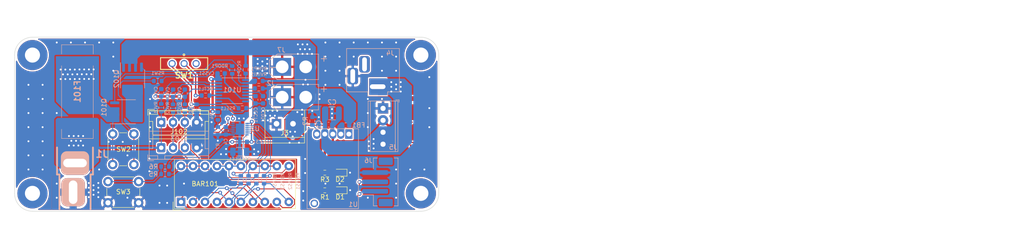
<source format=kicad_pcb>
(kicad_pcb (version 20221018) (generator pcbnew)
  (title_block (title "3S LiPo Protection Board with Fuel Gauge") (date "2023-04-18") (company "Team Goombot") (comment 2 "Author: Vincent Nguyen"))
  (layers (0 "F.Cu" signal) (31 "B.Cu" signal) (34 "B.Paste" user) (35 "F.Paste" user) (36 "B.SilkS" user "B.Silkscreen") (37 "F.SilkS" user "F.Silkscreen") (38 "B.Mask" user) (39 "F.Mask" user) (44 "Edge.Cuts" user))
  (net 0 "")
  (net 1 "+5V")
  (net 2 "GND")
  (net 3 "VBAT-")
  (net 4 "Net-(U2-CELLX{slash}CSPH)")
  (net 5 "VDD")
  (net 6 "Net-(D2-A)")
  (net 7 "VPROT")
  (net 8 "Net-(D1-A)")
  (net 9 "VSS")
  (net 10 "/VINI")
  (net 11 "/VMP")
  (net 12 "/VC3")
  (net 13 "/VC1N{slash}VC2P")
  (net 14 "/VC2")
  (net 15 "/VC1P")
  (net 16 "/VC1")
  (net 17 "/VMP_SW")
  (net 18 "/SEL")
  (net 19 "/DOP")
  (net 20 "/SPDT_COM")
  (net 21 "/CTL")
  (net 22 "/COP")
  (net 23 "Net-(BAR101C-A)")
  (net 24 "Net-(BAR101B-A)")
  (net 25 "Net-(BAR101A-A)")
  (net 26 "Net-(BAR101D-A)")
  (net 27 "Net-(R5-Pad2)")
  (net 28 "/CDT")
  (net 29 "/CCT")
  (net 30 "VDD_FUSED")
  (net 31 "/DRAIN")
  (net 32 "Net-(U2-REG)")
  (net 33 "/SDA")
  (net 34 "/SCL")
  (net 37 "/DOP_G")
  (net 38 "/Vin")
  (net 40 "/PG{slash}Trim")
  (net 41 "/L4")
  (net 42 "/L3")
  (net 43 "/L2")
  (net 44 "/L1")
  (footprint "kibuzzard-643EAC98" (layer "F.Cu") (at 86.69 81.24 90)
    (fp_text reference "kibuzzard-643EAC98" hide)
    (fp_text value "G***" hide)
  )
  (footprint "Resistor_SMD:R_0603_1608Metric" (layer "F.Cu") (at 123.33 81.17)
    (fp_text reference "R1")
    (fp_text value "2k")
  )
  (footprint "kibuzzard-643EAE00" (layer "F.Cu") (at 101.05 54.22)
    (fp_text reference "kibuzzard-643EAE00" hide)
    (fp_text value "G***" hide)
  )
  (footprint "MountingHole:MountingHole_3.2mm_M3_Pad" (layer "F.Cu") (at 143.705 81.82)
    (fp_text reference "H104" hide)
    (fp_text value "M3 Mounting hole")
  )
  (footprint "Display:HDSP-4840" (layer "F.Cu") (at 92.83 83.64 90)
    (fp_text reference "BAR101")
    (fp_text value "HDSP-4840")
  )
  (footprint "MountingHole:MountingHole_3.2mm_M3_Pad" (layer "F.Cu") (at 61.305 81.82)
    (fp_text reference "H103" hide)
    (fp_text value "M3 Mounting hole")
  )
  (footprint "kibuzzard-643EAD40" (layer "F.Cu") (at 80.9 66.61)
    (fp_text reference "kibuzzard-643EAD40" hide)
    (fp_text value "G***" hide)
  )
  (footprint "LED_SMD:LED_0603_1608Metric" (layer "F.Cu") (at 126.555 77.42 180)
    (fp_text reference "D2")
    (fp_text value "ORANGE")
  )
  (footprint "0_connector:STL1550-2" (layer "F.Cu") (at 114.83 67.02 -90)
    (fp_text reference "J3")
    (fp_text value "STL1550/2G-3.5")
  )
  (footprint "Connector_JST:JST_XH_B4B-XH-A_1x04_P2.50mm_Vertical" (layer "F.Cu") (at 88.629999 66.72)
    (fp_text reference "J102")
    (fp_text value "B4B-XH-A(LF)(SN)")
  )
  (footprint "Button_Switch_THT:SW_PUSH_6mm_H7.3mm" (layer "F.Cu") (at 78.33 75.695 90)
    (fp_text reference "SW2")
    (fp_text value "TL1105EF250Q7.3RED")
  )
  (footprint "Button_Switch_THT:SW_PUSH_6mm_H7.3mm" (layer "F.Cu") (at 83.83 83.82 180)
    (fp_text reference "SW3")
    (fp_text value "TL1105EF160Q")
  )
  (footprint "kibuzzard-643EACB8" (layer "F.Cu") (at 75.65 73.02 90)
    (fp_text reference "kibuzzard-643EACB8" hide)
    (fp_text value "G***" hide)
  )
  (footprint "kibuzzard-643EB03D" (layer "F.Cu") (at 70.9 62.2)
    (fp_text reference "kibuzzard-643EB03D" hide)
    (fp_text value "G***" hide)
  )
  (footprint "MountingHole:MountingHole_3.2mm_M3_Pad" (layer "F.Cu") (at 61.305 52.42)
    (fp_text reference "H101" hide)
    (fp_text value "M3 Mounting hole")
  )
  (footprint "kibuzzard-643EADF2" (layer "F.Cu") (at 86.4 54.2)
    (fp_text reference "kibuzzard-643EADF2" hide)
    (fp_text value "G***" hide)
  )
  (footprint "kibuzzard-643EACF0" (layer "F.Cu") (at 65.74 81.57 90)
    (fp_text reference "kibuzzard-643EACF0" hide)
    (fp_text value "G***" hide)
  )
  (footprint "Resistor_SMD:R_0603_1608Metric" (layer "F.Cu") (at 123.33 77.42)
    (fp_text reference "R3")
    (fp_text value "1k")
  )
  (footprint "0_graphics:EPFL_Logo_20mm" (layer "F.Cu") (at 143.7 66.8 90)
    (fp_text reference "G***" hide)
    (fp_text value "LOGO" hide)
  )
  (footprint "kibuzzard-643EAE23" (layer "F.Cu") (at 114.73 72.63)
    (fp_text reference "kibuzzard-643EAE23" hide)
    (fp_text value "G***" hide)
  )
  (footprint "MountingHole:MountingHole_3.2mm_M3_Pad" (layer "F.Cu") (at 143.705 52.42)
    (fp_text reference "H102" hide)
    (fp_text value "M3 Mounting hole")
  )
  (footprint "kibuzzard-643EACE6" (layer "F.Cu") (at 65.4 75.42 90)
    (fp_text reference "kibuzzard-643EACE6" hide)
    (fp_text value "G***" hide)
  )
  (footprint "0_switch:450301014042" (layer "F.Cu") (at 95.48 52.22)
    (fp_text reference "SW1")
    (fp_text value "450301014042" hide)
  )
  (footprint "LED_SMD:LED_0603_1608Metric" (layer "F.Cu") (at 126.58 81.17 180)
    (fp_text reference "D1")
    (fp_text value "GREEN")
  )
  (footprint "kibuzzard-643EACE6" (layer "B.Cu") (at 123.8 54.9 90)
    (fp_text reference "kibuzzard-643EACE6" hide)
    (fp_text value "G***" hide)
  )
  (footprint "kibuzzard-643EAF53" (layer "B.Cu") (at 61 75.4 180)
    (fp_text reference "kibuzzard-643EAF53" hide)
    (fp_text value "G***" hide)
  )
  (footprint "Resistor_SMD:R_0603_1608Metric" (layer "B.Cu") (at 88.629999 63.62 -90)
    (fp_text reference "RVC1")
    (fp_text value "1k")
  )
  (footprint "Inductor_SMD:L_0603_1608Metric" (layer "B.Cu") (at 127.73 67.345 180)
    (fp_text reference "FB1")
    (fp_text value "Ferrite 5A")
  )
  (footprint "kibuzzard-643EAF9F" (layer "B.Cu") (at 139.9 68.8 -90)
    (fp_text reference "kibuzzard-643EAF9F" hide)
    (fp_text value "G***" hide)
  )
  (footprint "Resistor_SMD:R_0603_1608Metric" (layer "B.Cu") (at 93.629999 63.72 -90)
    (fp_text reference "RVC3")
    (fp_text value "1k")
  )
  (footprint "Resistor_SMD:R_0603_1608Metric" (layer "B.Cu") (at 108.805 78.92 -90)
    (fp_text reference "RBIAS2")
    (fp_text value "20R")
  )
  (footprint "Package_SO:TSSOP-16_4.4x5mm_P0.65mm" (layer "B.Cu") (at 103.6675 59.995 180)
    (fp_text reference "U101")
    (fp_text value "S-8254AAFFT-TB-G")
  )
  (footprint "Package_DFN_QFN:DFN-14-1EP_3x3mm_P0.4mm_EP1.78x2.35mm" (layer "B.Cu") (at 105.33 68.17 180)
    (fp_text reference "U2")
    (fp_text value "MAX17263xxTE")
  )
  (footprint "Capacitor_SMD:C_0603_1608Metric" (layer "B.Cu") (at 88.629999 60.42 -90)
    (fp_text reference "CVC1")
    (fp_text value "0.1uF")
  )
  (footprint "Capacitor_SMD:C_0603_1608Metric" (layer "B.Cu") (at 106.03 70.87 180)
    (fp_text reference "C3")
    (fp_text value "0.1uF")
  )
  (footprint "TerminalBlock_Phoenix:TerminalBlock_Phoenix_MPT-0,5-4-2.54_1x04_P2.54mm_Horizontal" (layer "B.Cu") (at 135.68 63.75 -90)
    (fp_text reference "J5")
    (fp_text value "Terminal block")
  )
  (footprint "Capacitor_SMD:C_0603_1608Metric" (layer "B.Cu") (at 93.629999 60.52 -90)
    (fp_text reference "CVC3")
    (fp_text value "0.1uF")
  )
  (footprint "Capacitor_SMD:C_0603_1608Metric" (layer "B.Cu") (at 108.63 61.92 -90)
    (fp_text reference "CCCT1")
    (fp_text value "0.1uF")
  )
  (footprint "Resistor_SMD:R_0603_1608Metric" (layer "B.Cu") (at 105.505 78.92 -90)
    (fp_text reference "RBIAS4")
    (fp_text value "20R")
  )
  (footprint "Resistor_SMD:R_0603_1608Metric" (layer "B.Cu") (at 100.63 68.52 90)
    (fp_text reference "R7")
    (fp_text value "200k")
  )
  (footprint "Connector_JST:JST_XH_B4B-XH-A_1x04_P2.50mm_Vertical" (layer "B.Cu") (at 88.63 72.12)
    (fp_text reference "J103")
    (fp_text value "B4B-XH-A(LF)(SN)")
  )
  (footprint "Capacitor_SMD:C_0603_1608Metric" (layer "B.Cu") (at 101.33 56.32)
    (fp_text reference "CVSS1")
    (fp_text value "2.2uF")
  )
  (footprint "kibuzzard-643EAF9F" (layer "B.Cu") (at 126.6 55.3 -90)
    (fp_text reference "kibuzzard-643EAF9F" hide)
    (fp_text value "G***" hide)
  )
  (footprint "kibuzzard-643EACF0" (layer "B.Cu") (at 65.74 81.57 90)
    (fp_text reference "kibuzzard-643EACF0" hide)
    (fp_text value "G***" hide)
  )
  (footprint "Capacitor_SMD:C_0603_1608Metric" (layer "B.Cu") (at 102.33 68.52 -90)
    (fp_text reference "C4")
    (fp_text value "0.47uF")
  )
  (footprint "Resistor_SMD:R_0603_1608Metric" (layer "B.Cu") (at 106.53 55.52 90)
    (fp_text reference "RCOP1")
    (fp_text value "1M")
  )
  (footprint "0_regulator:LDO06C-005W05-HJ" (layer "B.Cu") (at 128.43 69.22)
    (fp_text reference "U1")
    (fp_text value "~")
  )
  (footprint "Resistor_SMD:R_0603_1608Metric" (layer "B.Cu") (at 100.63 65.37 90)
    (fp_text reference "R4")
    (fp_text value "1.3M")
  )
  (footprint "kibuzzard-643EACE6" (layer "B.Cu") (at 123.8 61.2 90)
    (fp_text reference "kibuzzard-643EACE6" hide)
    (fp_text value "G***" hide)
  )
  (footprint "Connector_AMASS:AMASS_XT30U-M_1x02_P5.0mm_Vertical" (layer "B.Cu") (at 114.28 61.37)
    (fp_text reference "J2")
    (fp_text value "XT30")
  )
  (footprint "Resistor_SMD:R_0603_1608Metric" (layer "B.Cu") (at 120.68 66.445 90)
    (fp_text reference "R2")
    (fp_text value "267R")
  )
  (footprint "Resistor_SMD:R_0603_1608Metric" (layer "B.Cu") (at 107.155 78.92 -90)
    (fp_text reference "RBIAS3")
    (fp_text value "20R")
  )
  (footprint "0_connector:54-00286" (layer "B.Cu") (at 134.555 55.635213 90)
    (fp_text reference "J4")
    (fp_text value "54-00286")
  )
  (footprint "Resistor_SMD:R_0603_1608Metric" (layer "B.Cu") (at 91.129998 63.72 -90)
    (fp_text reference "RVC2")
    (fp_text value "1k")
  )
  (footprint "0_connector:DEANS" (layer "B.Cu") (at 70.33 79.07 180)
    (fp_text reference "J1")
    (fp_text value "Deans connector male" hide)
  )
  (footprint "Resistor_SMD:R_0603_1608Metric" (layer "B.Cu") (at 109.33 59.52 180)
    (fp_text reference "RVINI1")
    (fp_text value "1k")
  )
  (footprint "0_fuse:3587" (layer "B.Cu") (at 70.84 60.19 90)
    (fp_text reference "F101")
    (fp_text value "3587-20 (20 A)" hide)
  )
  (footprint "kibuzzard-643EAF8C" (layer "B.Cu") (at 139.9 63.8 -90)
    (fp_text reference "kibuzzard-643EAF8C" hide)
    (fp_text value "G***" hide)
  )
  (footprint "Resistor_SMD:R_0603_1608Metric" (layer "B.Cu") (at 103.68 55.57 90)
    (fp_text reference "RDOP1")
    (fp_text value "5k1")
  )
  (footprint "kibuzzard-643EAF8C" (layer "B.Cu") (at 139.9 66.4 -90)
    (fp_text reference "kibuzzard-643EAF8C" hide)
    (fp_text value "G***" hide)
  )
  (footprint "Capacitor_SMD:C_0603_1608Metric" (layer "B.Cu") (at 110.23 61.92 -90)
    (fp_text reference "CCDT1")
    (fp_text value "0.1uF")
  )
  (footprint "Resistor_SMD:R_0603_1608Metric" (layer "B.Cu") (at 110.43 78.92 -90)
    (fp_text reference "RBIAS1")
    (fp_text value "20R")
  )
  (footprint "Capacitor_SMD:C_0603_1608Metric" (layer "B.Cu") (at 124.13 67.22)
    (fp_text reference "C1")
    (fp_text value "0.1uF")
  )
  (footprint "Resistor_SMD:R_0603_1608Metric" (layer "B.Cu") (at 98.03 61.02)
    (fp_text reference "RCTL1")
    (fp_text value "1k")
  )
  (footprint "Connector_JST:JST_PH_B3B-PH-SM4-TB_1x03-1MP_P2.00mm_Vertical" (layer "B.Cu") (at 134.5 79.39 90)
    (fp_text reference "J6")
    (fp_text value "B3B-PH-SM4-TB(LF)(SN)")
  )
  (footprint "Resistor_SMD:R_0603_1608Metric" (layer "B.Cu") (at 89.43 77.72 180)
    (fp_text reference "R5")
    (fp_text value "100k")
  )
  (footprint "kibuzzard-643EAF9F" (layer "B.Cu") (at 139.8 71.4 -90)
    (fp_text reference "kibuzzard-643EAF9F" hide)
    (fp_text value "G***" hide)
  )
  (footprint "Package_SO:SOIC-8_3.9x4.9mm_P1.27mm" (layer "B.Cu") (at 81.23 64.47)
    (fp_text reference "Q101")
    (fp_text value "SI4459ADY-T1-GE3")
  )
  (footprint "Capacitor_SMD:C_0603_1608Metric" (layer "B.Cu") (at 91.129999 60.52 -90)
    (fp_text reference "CVC2")
    (fp_text value "0.1uF")
  )
  (footprint "kibuzzard-643EAF61" (layer "B.Cu") (at 61.6 63.1 180)
    (fp_text reference "kibuzzard-643EAF61" hide)
    (fp_text value "G***" hide)
  )
  (footprint "Capacitor_SMD:C_1210_3225Metric" (layer "B.Cu") (at 124.855 64.82)
    (fp_text reference "C2")
    (fp_text value "100uF")
  )
  (footprint "Resistor_SMD:R_0603_1608Metric" (layer "B.Cu") (at 96.129999 63.72 -90)
    (fp_text reference "RVSS1")
    (fp_text value "51R")
  )
  (footprint "Resistor_SMD:R_0603_1608Metric" (layer "B.Cu") (at 105.83 63.72)
    (fp_text reference "RSEL1")
    (fp_text value "1k")
  )
  (footprint "Connector_AMASS:AMASS_XT30U-M_1x02_P5.0mm_Vertical" (layer "B.Cu") (at 114.28 54.92)
    (fp_text reference "J7")
    (fp_text value "XT30")
  )
  (footprint "Resistor_SMD:R_0603_1608Metric" (layer "B.Cu") (at 109.33 57.92)
    (fp_text reference "RVMP1")
    (fp_text value "5k1")
  )
  (footprint "Resistor_SMD:R_0603_1608Metric" (layer "B.Cu") (at 87.88 57.92 180)
    (fp_text reference "RSW1")
    (fp_text value "1k")
  )
  (footprint "kibuzzard-643EACE6" (layer "B.Cu") (at 65.4 75.42 90)
    (fp_text reference "kibuzzard-643EACE6" hide)
    (fp_text value "G***" hide)
  )
  (footprint "Resistor_SMD:R_0603_1608Metric" (layer "B.Cu") (at 89.43 76.12)
    (fp_text reference "R6")
    (fp_text value "100k")
  )
  (footprint "Package_SO:SOIC-8_3.9x4.9mm_P1.27mm" (layer "B.Cu") (at 82.53 57.47 -90)
    (fp_text reference "Q102")
    (fp_text value "SI4459ADY-T1-GE3")
  )
  (footprint "Resistor_SMD:R_1206_3216Metric" (layer "B.Cu") (at 105.28 72.97)
    (fp_text reference "RSENSE1")
    (fp_text value "10m")
  )
  (gr_line (start 143.704918 48.619918) (end 61.305 48.619918) (stroke (width 0.1)) (layer "Edge.Cuts"))
  (gr_line (start 57.504918 52.420082) (end 57.504918 81.82) (stroke (width 0.1)) (layer "Edge.Cuts"))
  (gr_arc (start 143.704918 48.619918) (mid 146.391982 49.732936) (end 147.505 52.42) (stroke (width 0.1)) (layer "Edge.Cuts"))
  (gr_arc (start 57.504918 52.420082) (mid 58.617936 49.733018) (end 61.305 48.62) (stroke (width 0.1)) (layer "Edge.Cuts"))
  (gr_arc (start 147.505082 81.819918) (mid 146.392064 84.506982) (end 143.705 85.62) (stroke (width 0.1)) (layer "Edge.Cuts"))
  (gr_line (start 61.305082 85.620082) (end 143.705 85.620082) (stroke (width 0.1)) (layer "Edge.Cuts"))
  (gr_line (start 147.505082 81.819918) (end 147.505082 52.42) (stroke (width 0.1)) (layer "Edge.Cuts"))
  (gr_arc (start 61.305082 85.620082) (mid 58.618018 84.507064) (end 57.505 81.82) (stroke (width 0.1)) (layer "Edge.Cuts"))
  (segment (start 122.83 67.32) (end 123.33 67.82) (width 0.2) (layer "F.Cu") (net 1))
  (segment (start 107.78 70.87) (end 107.78 66.62) (width 0.2) (layer "F.Cu") (net 1))
  (segment (start 103.68 70.87) (end 107.78 70.87) (width 0.2) (layer "F.Cu") (net 1))
  (segment (start 114.33 70.87) (end 114.83 70.37) (width 0.2) (layer "F.Cu") (net 1))
  (segment (start 122.505 77.42) (end 123.33 76.595) (width 0.5) (layer "F.Cu") (net 1))
  (segment (start 114.83 70.37) (end 114.83 66.12) (width 0.2) (layer "F.Cu") (net 1))
  (segment (start 114.83 66.12) (end 115.605 65.345) (width 0.2) (layer "F.Cu") (net 1))
  (segment (start 107.78 66.62) (end 107.83 66.57) (width 0.2) (layer "F.Cu") (net 1))
  (segment (start 119.33 67.32) (end 122.83 67.32) (width 0.2) (layer "F.Cu") (net 1))
  (segment (start 107.78 70.87) (end 114.33 70.87) (width 0.2) (layer "F.Cu") (net 1))
  (segment (start 123.33 76.595) (end 123.33 69.22) (width 0.5) (layer "F.Cu") (net 1))
  (segment (start 117.355 65.345) (end 119.33 67.32) (width 0.2) (layer "F.Cu") (net 1))
  (segment (start 115.605 65.345) (end 117.355 65.345) (width 0.2) (layer "F.Cu") (net 1))
  (segment (start 123.33 67.82) (end 123.33 69.22) (width 0.2) (layer "F.Cu") (net 1))
  (via (at 138.455 58.67) (size 0.8) (drill 0.4) (layers "F.Cu" "B.Cu") (net 1))
  (via (at 132.655 72.77) (size 0.8) (drill 0.4) (layers "F.Cu" "B.Cu") (net 1))
  (via (at 107.83 66.57) (size 0.8) (drill 0.4) (layers "F.Cu" "B.Cu") (net 1))
  (via (at 132.655 70.769999) (size 0.8) (drill 0.4) (layers "F.Cu" "B.Cu") (net 1))
  (via (at 137.43 59.17) (size 0.8) (drill 0.4) (layers "F.Cu" "B.Cu") (net 1))
  (via (at 133.68 71.27) (size 0.8) (drill 0.4) (layers "F.Cu" "B.Cu") (net 1))
  (via (at 137.43 58.169999) (size 0.8) (drill 0.4) (layers "F.Cu" "B.Cu") (net 1))
  (via (at 133.679999 70.27) (size 0.8) (drill 0.4) (layers "F.Cu" "B.Cu") (net 1))
  (via (at 139.43 60.17) (size 0.8) (drill 0.4) (layers "F.Cu" "B.Cu") (net 1))
  (via (at 103.68 70.87) (size 0.8) (drill 0.4) (layers "F.Cu" "B.Cu") (net 1))
  (via (at 107.78 70.87) (size 0.8) (drill 0.4) (layers "F.Cu" "B.Cu") (net 1))
  (via (at 132.655 71.77) (size 0.8) (drill 0.4) (layers "F.Cu" "B.Cu") (net 1))
  (via (at 133.68 72.27) (size 0.8) (drill 0.4) (layers "F.Cu" "B.Cu") (net 1))
  (via (at 137.43 60.17) (size 0.8) (drill 0.4) (layers "F.Cu" "B.Cu") (net 1))
  (via (at 139.43 59.17) (size 0.8) (drill 0.4) (layers "F.Cu" "B.Cu") (net 1))
  (via (at 138.455 59.67) (size 0.8) (drill 0.4) (layers "F.Cu" "B.Cu") (net 1))
  (via (at 139.43 58.169999) (size 0.8) (drill 0.4) (layers "F.Cu" "B.Cu") (net 1))
  (segment (start 102.03 70.87) (end 103.68 70.87) (width 0.2) (layer "B.Cu") (net 1))
  (segment (start 90.255 75.295) (end 91.38 74.17) (width 0.2) (layer "B.Cu") (net 1))
  (segment (start 90.255 76.12) (end 90.255 75.295) (width 0.2) (layer "B.Cu") (net 1))
  (segment (start 106.805 68.97) (end 107.48 68.97) (width 0.15) (layer "B.Cu") (net 1))
  (segment (start 91.38 74.17) (end 98.73 74.17) (width 0.2) (layer "B.Cu") (net 1))
  (segment (start 106.805 70.87) (end 107.78 70.87) (width 0.3) (layer "B.Cu") (net 1))
  (segment (start 98.73 74.17) (end 102.03 70.87) (width 0.2) (layer "B.Cu") (net 1))
  (segment (start 107.78 70.87) (end 107.78 69.27) (width 0.3) (layer "B.Cu") (net 1))
  (segment (start 107.78 69.27) (end 107.78 70.22) (width 0.15) (layer "B.Cu") (net 1))
  (segment (start 107.23 70.87) (end 106.805 70.87) (width 0.15) (layer "B.Cu") (net 1))
  (segment (start 107.48 68.97) (end 107.78 69.27) (width 0.15) (layer "B.Cu") (net 1))
  (segment (start 107.455 66.945) (end 106.805 66.945) (width 0.2) (layer "B.Cu") (net 1))
  (segment (start 107.83 66.57) (end 107.455 66.945) (width 0.2) (layer "B.Cu") (net 1))
  (via (at 123.455595 79.745332) (size 0.8) (drill 0.4) (layers "F.Cu" "B.Cu") (net 2))
  (via (at 108.33 73.445) (size 0.8) (drill 0.4) (layers "F.Cu" "B.Cu") (net 2))
  (via (at 111.229999 66.295) (size 0.8) (drill 0.4) (layers "F.Cu" "B.Cu") (net 2))
  (via (at 122.055 65.62) (size 0.8) (drill 0.4) (layers "F.Cu" "B.Cu") (net 2))
  (via (at 110.08 55.77) (size 0.8) (drill 0.4) (layers "F.Cu" "B.Cu") (net 2))
  (via (at 108.33 72.445) (size 0.8) (drill 0.4) (layers "F.Cu" "B.Cu") (net 2))
  (via (at 135.455595 49.745332) (size 0.8) (drill 0.4) (layers "F.Cu" "B.Cu") (net 2))
  (via (at 109.08 55.27) (size 0.8) (drill 0.4) (layers "F.Cu" "B.Cu") (net 2))
  (via (at 119.15 74.5) (size 0.8) (drill 0.4) (layers "F.Cu" "B.Cu") (net 2))
  (via (at 135.455595 61.745332) (size 0.8) (drill 0.4) (layers "F.Cu" "B.Cu") (net 2))
  (via (at 111.23 64.27) (size 0.8) (drill 0.4) (layers "F.Cu" "B.Cu") (net 2))
  (via (at 118.755 81.344999) (size 0.8) (drill 0.4) (layers "F.Cu" "B.Cu") (net 2))
  (via (at 138.455595 49.745332) (size 0.8) (drill 0.4) (layers "F.Cu" "B.Cu") (net 2))
  (via (at 110.23 64.27) (size 0.8) (drill 0.4) (layers "F.Cu" "B.Cu") (net 2))
  (via (at 119.15 77.5) (size 0.8) (drill 0.4) (layers "F.Cu" "B.Cu") (net 2))
  (via (at 135.455595 55.745332) (size 0.8) (drill 0.4) (layers "F.Cu" "B.Cu") (net 2))
  (via (at 132.455595 82.745332) (size 0.8) (drill 0.4) (layers "F.Cu" "B.Cu") (net 2))
  (via (at 115.849999 71.05) (size 0.8) (drill 0.4) (layers "F.Cu" "B.Cu") (net 2))
  (via (at 109.08 53.27) (size 0.8) (drill 0.4) (layers "F.Cu" "B.Cu") (net 2))
  (via (at 126.455595 55.745332) (size 0.8) (drill 0.4) (layers "F.Cu" "B.Cu") (net 2))
  (via (at 132.455595 64.745332) (size 0.8) (drill 0.4) (layers "F.Cu" "B.Cu") (net 2))
  (via (at 108.455595 64.745332) (size 0.8) (drill 0.4) (layers "F.Cu" "B.Cu") (net 2))
  (via (at 126.455595 58.745332) (size 0.8) (drill 0.4) (layers "F.Cu" "B.Cu") (net 2))
  (via (at 138.455595 79.745332) (size 0.8) (drill 0.4) (layers "F.Cu" "B.Cu") (net 2))
  (via (at 111.105 55.27) (size 0.8) (drill 0.4) (layers "F.Cu" "B.Cu") (net 2))
  (via (at 128.68 77.42) (size 0.8) (drill 0.4) (layers "F.Cu" "B.Cu") (net 2))
  (via (at 126.455595 49.745332) (size 0.8) (drill 0.4) (layers "F.Cu" "B.Cu") (net 2))
  (via (at 129.455595 52.745332) (size 0.8) (drill 0.4) (layers "F.Cu" "B.Cu") (net 2))
  (via (at 111.73 65.295) (size 0.8) (drill 0.4) (layers "F.Cu" "B.Cu") (net 2))
  (via (at 138.455595 52.745332) (size 0.8) (drill 0.4) (layers "F.Cu" "B.Cu") (net 2))
  (via (at 111.105 53.27) (size 0.8) (drill 0.4) (layers "F.Cu" "B.Cu") (net 2))
  (via (at 110.08 54.77) (size 0.8) (drill 0.4) (layers "F.Cu" "B.Cu") (net 2))
  (via (at 138.455595 55.745332) (size 0.8) (drill 0.4) (layers "F.Cu" "B.Cu") (net 2))
  (via (at 145.5 67.745332) (size 0.8) (drill 0.4) (layers "F.Cu" "B.Cu") (net 2))
  (via (at 111.105 56.27) (size 0.8) (drill 0.4) (layers "F.Cu" "B.Cu") (net 2))
  (via (at 124.855 65.77) (size 0.8) (drill 0.4) (layers "F.Cu" "B.Cu") (net 2))
  (via (at 138.455595 76.745332) (size 0.8) (drill 0.4) (layers "F.Cu" "B.Cu") (net 2))
  (via (at 113.23 64.27) (size 0.8) (drill 0.4) (layers "F.Cu" "B.Cu") (net 2))
  (via (at 138.455595 82.745332) (size 0.8) (drill 0.4) (layers "F.Cu" "B.Cu") (net 2))
  (via (at 124.855 63.895) (size 0.8) (drill 0.4) (layers "F.Cu" "B.Cu") (net 2))
  (via (at 123.455595 49.745332) (size 0.8) (drill 0.4) (layers "F.Cu" "B.Cu") (net 2))
  (via (at 123.455595 55.745332) (size 0.8) (drill 0.4) (layers "F.Cu" "B.Cu") (net 2))
  (via (at 120.655 64.295) (size 0.8) (drill 0.4) (layers "F.Cu" "B.Cu") (net 2))
  (via (at 144.455595 76.745332) (size 0.8) (drill 0.4) (layers "F.Cu" "B.Cu") (net 2))
  (via (at 135.455595 52.745332) (size 0.8) (drill 0.4) (layers "F.Cu" "B.Cu") (net 2))
  (via (at 109.08 56.27) (size 0.8) (drill 0.4) (layers "F.Cu" "B.Cu") (net 2))
  (via (at 109.08 54.27) (size 0.8) (drill 0.4) (layers "F.Cu" "B.Cu") (net 2))
  (via (at 110.73 65.295) (size 0.8) (drill 0.4) (layers "F.Cu" "B.Cu") (net 2))
  (via (at 145.5 63.7) (size 0.8) (drill 0.4) (layers "F.Cu" "B.Cu") (net 2))
  (via (at 126.455595 79.745332) (size 0.8) (drill 0.4) (layers "F.Cu" "B.Cu") (net 2))
  (via (at 124.855 64.845) (size 0.8) (drill 0.4) (layers "F.Cu" "B.Cu") (net 2))
  (via (at 111.455595 61.745332) (size 0.8) (drill 0.4) (layers "F.Cu" "B.Cu") (net 2))
  (via (at 132.455595 67.745332) (size 0.8) (drill 0.4) (layers "F.Cu" "B.Cu") (net 2))
  (via (at 110.23 66.295) (size 0.8) (drill 0.4) (layers "F.Cu" "B.Cu") (net 2))
  (via (at 145.5 57.1) (size 0.8) (drill 0.4) (layers "F.Cu" "B.Cu") (net 2))
  (via (at 110.08 53.77) (size 0.8) (drill 0.4) (layers "F.Cu" "B.Cu") (net 2))
  (via (at 132.455595 61.745332) (size 0.8) (drill 0.4) (layers "F.Cu" "B.Cu") (net 2))
  (via (at 109.205 72.945) (size 0.8) (drill 0.4) (layers "F.Cu" "B.Cu") (net 2))
  (via (at 117.85 71.05) (size 0.8) (drill 0.4) (layers "F.Cu" "B.Cu") (net 2))
  (via (at 112.73 65.295) (size 0.8) (drill 0.4) (layers "F.Cu" "B.Cu") (net 2))
  (via (at 112.23 64.27) (size 0.8) (drill 0.4) (layers "F.Cu" "B.Cu") (net 2))
  (via (at 111.105 54.27) (size 0.8) (drill 0.4) (layers "F.Cu" "B.Cu") (net 2))
  (via (at 129.455595 49.745332) (size 0.8) (drill 0.4) (layers "F.Cu" "B.Cu") (net 2))
  (via (at 118.755 83.345) (size 0.8) (drill 0.4) (layers "F.Cu" "B.Cu") (net 2))
  (via (at 132.455595 49.745332) (size 0.8) (drill 0.4) (layers "F.Cu" "B.Cu") (net 2))
  (via (at 123.455595 52.745332) (size 0.8) (drill 0.4) (layers "F.Cu" "B.Cu") (net 2))
  (via (at 141.455595 76.745332) (size 0.8) (drill 0.4) (layers "F.Cu" "B.Cu") (net 2))
  (via (at 126.455595 52.745332) (size 0.8) (drill 0.4) (layers "F.Cu" "B.Cu") (net 2))
  (via (at 123.455595 58.745332) (size 0.8) (drill 0.4) (layers "F.Cu" "B.Cu") (net 2))
  (via (at 128.705 81.145) (size 0.8) (drill 0.4) (layers "F.Cu" "B.Cu") (net 2))
  (segment (start 106.03 72.2575) (end 106.7425 72.97) (width 0.15) (layer "B.Cu") (net 2))
  (segment (start 106.805 69.37) (end 106.03 70.145) (width 0.15) (layer "B.Cu") (net 2))
  (segment (start 136.03 77.37) (end 136.055 77.345) (width 0.15) (layer "B.Cu") (net 2))
  (segment (start 106.03 70.145) (end 106.03 72.2575) (width 0.15) (layer "B.Cu") (net 2))
  (via (at 75.28 81.62) (size 0.8) (drill 0.4) (layers "F.Cu" "B.Cu") (net 3))
  (via (at 78.455595 55.745332) (size 0.8) (drill 0.4) (layers "F.Cu" "B.Cu") (net 3))
  (via (at 66.455595 64.745332) (size 0.8) (drill 0.4) (layers "F.Cu" "B.Cu") (net 3))
  (via (at 77.455 70.87) (size 0.8) (drill 0.4) (layers "F.Cu" "B.Cu") (net 3))
  (via (at 86.255 64.77) (size 0.8) (drill 0.4) (layers "F.Cu" "B.Cu") (net 3))
  (via (at 63.455595 67.745332) (size 0.8) (drill 0.4) (layers "F.Cu" "B.Cu") (net 3))
  (via (at 81.455595 73.745332) (size 0.8) (drill 0.4) (layers "F.Cu" "B.Cu") (net 3))
  (via (at 80.455 70.87) (size 0.8) (drill 0.4) (layers "F.Cu" "B.Cu") (net 3))
  (via (at 66.455595 79.745332) (size 0.8) (drill 0.4) (layers "F.Cu" "B.Cu") (net 3))
  (via (at 73.255 81.62) (size 0.8) (drill 0.4) (layers "F.Cu" "B.Cu") (net 3))
  (via (at 75.28 80.62) (size 0.8) (drill 0.4) (layers "F.Cu" "B.Cu") (net 3))
  (via (at 74.255 82.12) (size 0.8) (drill 0.4) (layers "F.Cu" "B.Cu") (net 3))
  (via (at 75.28 82.62) (size 0.8) (drill 0.4) (layers "F.Cu" "B.Cu") (net 3))
  (via (at 89.88 80.17) (size 0.8) (drill 0.4) (layers "F.Cu" "B.Cu") (net 3))
  (via (at 86.255 67.77) (size 0.8) (drill 0.4) (layers "F.Cu" "B.Cu") (net 3))
  (via (at 63.455595 58.745332) (size 0.8) (drill 0.4) (layers "F.Cu" "B.Cu") (net 3))
  (via (at 60.455595 70.745332) (size 0.8) (drill 0.4) (layers "F.Cu" "B.Cu") (net 3))
  (via (at 60.455595 58.745332) (size 0.8) (drill 0.4) (layers "F.Cu" "B.Cu") (net 3))
  (via (at 86.105 77.12) (size 0.8) (drill 0.4) (layers "F.Cu" "B.Cu") (net 3))
  (via (at 75.455595 49.745332) (size 0.8) (drill 0.4) (layers "F.Cu" "B.Cu") (net 3))
  (via (at 63.455595 70.745332) (size 0.8) (drill 0.4) (layers "F.Cu" "B.Cu") (net 3))
  (via (at 66.455595 82.745332) (size 0.8) (drill 0.4) (layers "F.Cu" "B.Cu") (net 3))
  (via (at 88.26 83.84) (size 0.8) (drill 0.4) (layers "F.Cu" "B.Cu") (net 3))
  (via (at 73.255 82.62) (size 0.8) (drill 0.4) (layers "F.Cu" "B.Cu") (net 3))
  (via (at 99.305 66.67) (size 0.8) (drill 0.4) (layers "F.Cu" "B.Cu") (net 3))
  (via (at 74.255 80.12) (size 0.8) (drill 0.4) (layers "F.Cu" "B.Cu") (net 3))
  (via (at 73.255 80.62) (size 0.8) (drill 0.4) (layers "F.Cu" "B.Cu") (net 3))
  (via (at 66.455595 49.745332) (size 0.8) (drill 0.4) (layers "F.Cu" "B.Cu") (net 3))
  (via (at 93.455595 79.745332) (size 0.8) (drill 0.4) (layers "F.Cu" "B.Cu") (net 3))
  (via (at 86.255 70.77) (size 0.8) (drill 0.4) (layers "F.Cu" "B.Cu") (net 3))
  (via (at 60.455595 67.745332) (size 0.8) (drill 0.4) (layers "F.Cu" "B.Cu") (net 3))
  (via (at 60.455595 76.745332) (size 0.8) (drill 0.4) (layers "F.Cu" "B.Cu") (net 3))
  (via (at 63.455595 73.745332) (size 0.8) (drill 0.4) (layers "F.Cu" "B.Cu") (net 3))
  (via (at 86.105 74.42) (size 0.8) (drill 0.4) (layers "F.Cu" "B.Cu") (net 3))
  (via (at 60.455595 64.745332) (size 0.8) (drill 0.4) (layers "F.Cu" "B.Cu") (net 3))
  (via (at 63.455595 61.745332) (size 0.8) (drill 0.4) (layers "F.Cu" "B.Cu") (net 3))
  (via (at 63.455595 76.745332) (size 0.8) (drill 0.4) (layers "F.Cu" "B.Cu") (net 3))
  (via (at 86.255 61.77) (size 0.8) (drill 0.4) (layers "F.Cu" "B.Cu") (net 3))
  (via (at 89.88 83.845) (size 0.8) (drill 0.4) (layers "F.Cu" "B.Cu") (net 3))
  (via (at 69.455595 49.745332) (size 0.8) (drill 0.4) (layers "F.Cu" "B.Cu") (net 3))
  (via (at 88.26 80.165) (size 0.8) (drill 0.4) (layers "F.Cu" "B.Cu") (net 3))
  (via (at 100.63 70.62) (size 0.8) (drill 0.4) (layers "F.Cu" "B.Cu") (net 3))
  (via (at 60.455595 73.745332) (size 0.8) (drill 0.4) (layers "F.Cu" "B.Cu") (net 3))
  (via (at 105.13 65.895) (size 0.8) (drill 0.4) (layers "F.Cu" "B.Cu") (net 3))
  (via (at 72.455595 49.745332) (size 0.8) (drill 0.4) (layers "F.Cu" "B.Cu") (net 3))
  (via (at 63.455595 64.745332) (size 0.8) (drill 0.4) (layers "F.Cu" "B.Cu") (net 3))
  (via (at 78.455595 49.745332) (size 0.8) (drill 0.4) (layers "F.Cu" "B.Cu") (net 3))
  (via (at 75.28 79.62) (size 0.8) (drill 0.4) (layers "F.Cu" "B.Cu") (net 3))
  (via (at 74.255 81.12) (size 0.8) (drill 0.4) (layers "F.Cu" "B.Cu") (net 3))
  (via (at 102.38 72.38) (size 0.8) (drill 0.4) (layers "F.Cu" "B.Cu") (net 3))
  (via (at 102.38 73.495) (size 0.8) (drill 0.4) (layers "F.Cu" "B.Cu") (net 3))
  (via (at 73.255 79.62) (size 0.8) (drill 0.4) (layers "F.Cu" "B.Cu") (net 3))
  (via (at 60.455595 61.745332) (size 0.8) (drill 0.4) (layers "F.Cu" "B.Cu") (net 3))
  (via (at 106.129999 65.895) (size 0.8) (drill 0.4) (layers "F.Cu" "B.Cu") (net 3))
  (via (at 81.455595 82.745332) (size 0.8) (drill 0.4) (layers "F.Cu" "B.Cu") (net 3))
  (via (at 78.455595 52.745332) (size 0.8) (drill 0.4) (layers "F.Cu" "B.Cu") (net 3))
  (via (at 101.305 73.495) (size 0.8) (drill 0.4) (layers "F.Cu" "B.Cu") (net 3))
  (via (at 75.455595 76.745332) (size 0.8) (drill 0.4) (layers "F.Cu" "B.Cu") (net 3))
  (segment (start 104.13 69.37) (end 105.33 68.17) (width 0.15) (layer "B.Cu") (net 3))
  (segment (start 105.255 70.87) (end 105.255 68.245) (width 0.5) (layer "B.Cu") (net 3))
  (segment (start 103.855 67.77) (end 104.93 67.77) (width 0.15) (layer "B.Cu") (net 3))
  (segment (start 104.93 67.77) (end 105.33 68.17) (width 0.15) (layer "B.Cu") (net 3))
  (segment (start 103.855 68.97) (end 104.53 68.97) (width 0.15) (layer "B.Cu") (net 3))
  (segment (start 105.255 68.245) (end 105.33 68.17) (width 0.5) (layer "B.Cu") (net 3))
  (segment (start 103.855 69.37) (end 103.855 69.445) (width 0.15) (layer "B.Cu") (net 3))
  (segment (start 103.855 69.445) (end 104.58 70.17) (width 0.15) (layer "B.Cu") (net 3))
  (segment (start 96.129999 66.72) (end 96.129999 64.545) (width 1) (layer "B.Cu") (net 3))
  (segment (start 96.13 72.12) (end 96.129999 66.72) (width 2) (layer "B.Cu") (net 3))
  (segment (start 104.58 70.17) (end 104.58 72.2075) (width 0.15) (layer "B.Cu") (net 3))
  (segment (start 104.58 72.2075) (end 103.8175 72.97) (width 0.15) (layer "B.Cu") (net 3))
  (segment (start 104.53 68.97) (end 105.33 68.17) (width 0.15) (layer "B.Cu") (net 3))
  (segment (start 103.855 69.37) (end 104.13 69.37) (width 0.15) (layer "B.Cu") (net 3))
  (segment (start 101.505 68.57) (end 100.63 67.695) (width 0.15) (layer "B.Cu") (net 4))
  (segment (start 100.63 66.195) (end 100.63 67.695) (width 0.15) (layer "B.Cu") (net 4))
  (segment (start 103.855 68.57) (end 101.505 68.57) (width 0.15) (layer "B.Cu") (net 4))
  (segment (start 92.43 61.22) (end 92.43 63.87) (width 0.5) (layer "F.Cu") (net 5))
  (segment (start 99.53 57.82) (end 99.23 57.52) (width 0.5) (layer "F.Cu") (net 5))
  (segment (start 99.53 64.42) (end 99.53 57.82) (width 0.5) (layer "F.Cu") (net 5))
  (segment (start 92.98 64.42) (end 99.53 64.42) (width 0.5) (layer "F.Cu") (net 5))
  (segment (start 89.93 61.22) (end 92.43 61.22) (width 0.5) (layer "F.Cu") (net 5))
  (segment (start 87.38 61.22) (end 89.93 61.22) (width 0.5) (layer "F.Cu") (net 5))
  (segment (start 92.43 63.87) (end 92.98 64.42) (width 0.5) (layer "F.Cu") (net 5))
  (via (at 71.05 69.625) (size 0.8) (drill 0.4) (layers "F.Cu" "B.Cu") (net 5))
  (via (at 70.55 70.65) (size 0.8) (drill 0.4) (layers "F.Cu" "B.Cu") (net 5))
  (via (at 70.05 69.625) (size 0.8) (drill 0.4) (layers "F.Cu" "B.Cu") (net 5))
  (via (at 99.23 57.52) (size 0.8) (drill 0.4) (layers "F.Cu" "B.Cu") (net 5))
  (via (at 99.53 64.42) (size 0.8) (drill 0.4) (layers "F.Cu" "B.Cu") (net 5))
  (via (at 89.93 61.22) (size 0.8) (drill 0.4) (layers "F.Cu" "B.Cu") (net 5))
  (via (at 69.05 71.65) (size 0.8) (drill 0.4) (layers "F.Cu" "B.Cu") (net 5))
  (via (at 71.05 71.65) (size 0.8) (drill 0.4) (layers "F.Cu" "B.Cu") (net 5))
  (via (at 92.43 61.22) (size 0.8) (drill 0.4) (layers "F.Cu" "B.Cu") (net 5))
  (via (at 70.05 71.65) (size 0.8) (drill 0.4) (layers "F.Cu" "B.Cu") (net 5))
  (via (at 71.55 70.65) (size 0.8) (drill 0.4) (layers "F.Cu" "B.Cu") (net 5))
  (via (at 87.38 61.22) (size 0.8) (drill 0.4) (layers "F.Cu" "B.Cu") (net 5))
  (via (at 72.05 71.65) (size 0.8) (drill 0.4) (layers "F.Cu" "B.Cu") (net 5))
  (via (at 69.55 70.65) (size 0.8) (drill 0.4) (layers "F.Cu" "B.Cu") (net 5))
  (via (at 72.05 69.625) (size 0.8) (drill 0.4) (layers "F.Cu" "B.Cu") (net 5))
  (via (at 69.049999 69.625) (size 0.8) (drill 0.4) (layers "F.Cu" "B.Cu") (net 5))
  (segment (start 87.38 60.894999) (end 87.38 61.22) (width 0.2) (layer "B.Cu") (net 5))
  (segment (start 100.605 57.52) (end 100.805 57.72) (width 0.5) (layer "B.Cu") (net 5))
  (segment (start 93.629999 60.020001) (end 92.43 61.22) (width 0.2) (layer "B.Cu") (net 5))
  (segment (start 100.505 64.42) (end 100.63 64.545) (width 0.5) (layer "B.Cu") (net 5))
  (segment (start 93.629999 59.745) (end 93.629999 60.020001) (width 0.2) (layer "B.Cu") (net 5))
  (segment (start 99.53 64.42) (end 100.505 64.42) (width 0.5) (layer "B.Cu") (net 5))
  (segment (start 89.93 61.22) (end 89.93 63.62) (width 0.5) (layer "B.Cu") (net 5))
  (segment (start 88.629999 66.72) (end 88.629999 64.445) (width 0.2) (layer "B.Cu") (net 5))
  (segment (start 88.629999 59.645) (end 87.38 60.894999) (width 0.2) (layer "B.Cu") (net 5))
  (segment (start 88.63 72.12) (end 72.43 72.12) (width 0.5) (layer "B.Cu") (net 5))
  (segment (start 88.63 72.12) (end 88.630001 66.72) (width 0.2) (layer "B.Cu") (net 5))
  (segment (start 91.129999 60.020001) (end 89.93 61.22) (width 0.2) (layer "B.Cu") (net 5))
  (segment (start 99.23 57.52) (end 100.605 57.52) (width 0.5) (layer "B.Cu") (net 5))
  (segment (start 91.129999 59.745) (end 91.129999 60.020001) (width 0.2) (layer "B.Cu") (net 5))
  (segment (start 89.105 64.445) (end 88.629999 64.445) (width 0.5) (layer "B.Cu") (net 5))
  (segment (start 89.93 63.62) (end 89.105 64.445) (width 0.5) (layer "B.Cu") (net 5))
  (segment (start 72.43 72.12) (end 69.28 75.27) (width 0.5) (layer "B.Cu") (net 5))
  (segment (start 88.630001 66.72) (end 88.629999 66.72) (width 0.2) (layer "B.Cu") (net 5))
  (segment (start 124.155 77.42) (end 125.7675 77.42) (width 0.5) (layer "F.Cu") (net 6))
  (segment (start 120.93 71.37) (end 116.58 67.02) (width 0.5) (layer "F.Cu") (net 7))
  (segment (start 120.93 72.195) (end 120.93 71.37) (width 0.5) (layer "F.Cu") (net 7))
  (segment (start 120.93 72.195) (end 120.93 79.595) (width 0.5) (layer "F.Cu") (net 7))
  (segment (start 120.93 79.595) (end 122.505 81.17) (width 0.5) (layer "F.Cu") (net 7))
  (via (at 122.205 61.77) (size 0.8) (drill 0.4) (layers "F.Cu" "B.Cu") (net 7))
  (via (at 118.105 51.17) (size 0.8) (drill 0.4) (layers "F.Cu" "B.Cu") (net 7))
  (via (at 118.73 58.67) (size 0.8) (drill 0.4) (layers "F.Cu" "B.Cu") (net 7))
  (via (at 119.73 58.67) (size 0.8) (drill 0.4) (layers "F.Cu" "B.Cu") (net 7))
  (via (at 118.505 65.045) (size 0.8) (drill 0.4) (layers "F.Cu" "B.Cu") (net 7))
  (via (at 118.605 50.145) (size 0.8) (drill 0.4) (layers "F.Cu" "B.Cu") (net 7))
  (via (at 117.505 64.545) (size 0.8) (drill 0.4) (layers "F.Cu" "B.Cu") (net 7))
  (via (at 117.005 68.72) (size 0.8) (drill 0.4) (layers "F.Cu" "B.Cu") (net 7))
  (via (at 117.605 52.17) (size 0.8) (drill 0.4) (layers "F.Cu" "B.Cu") (net 7))
  (via (at 122.205 60.77) (size 0.8) (drill 0.4) (layers "F.Cu" "B.Cu") (net 7))
  (via (at 120.105 51.17) (size 0.8) (drill 0.4) (layers "F.Cu" "B.Cu") (net 7))
  (via (at 116.005 68.72) (size 0.8) (drill 0.4) (layers "F.Cu" "B.Cu") (net 7))
  (via (at 120.605 52.17) (size 0.8) (drill 0.4) (layers "F.Cu" "B.Cu") (net 7))
  (via (at 119.605 50.145) (size 0.8) (drill 0.4) (layers "F.Cu" "B.Cu") (net 7))
  (via (at 118.604999 52.17) (size 0.8) (drill 0.4) (layers "F.Cu" "B.Cu") (net 7))
  (via (at 119.605 52.17) (size 0.8) (drill 0.4) (layers "F.Cu" "B.Cu") (net 7))
  (via (at 119.105 51.17) (size 0.8) (drill 0.4) (layers "F.Cu" "B.Cu") (net 7))
  (via (at 118.505 64.045) (size 0.8) (drill 0.4) (layers "F.Cu" "B.Cu") (net 7))
  (via (at 116.505 69.72) (size 0.8) (drill 0.4) (layers "F.Cu" "B.Cu") (net 7))
  (via (at 119.23 57.67) (size 0.8) (drill 0.4) (layers "F.Cu" "B.Cu") (net 7))
  (via (at 117.605 50.145) (size 0.8) (drill 0.4) (layers "F.Cu" "B.Cu") (net 7))
  (segment (start 111.08 57.92) (end 111.93 57.92) (width 0.5) (layer "B.Cu") (net 7))
  (segment (start 106.53 54.695) (end 106.53 53.52) (width 0.5) (layer "B.Cu") (net 7))
  (segment (start 111.93 57.92) (end 117.105 57.92) (width 0.5) (layer "B.Cu") (net 7))
  (segment (start 117.405 57.92) (end 117.43 57.895) (width 0.5) (layer "B.Cu") (net 7))
  (segment (start 110.155 57.92) (end 111.08 57.92) (width 0.5) (layer "B.Cu") (net 7))
  (segment (start 106.53 53.52) (end 106.53 53.27) (width 0.5) (layer "B.Cu") (net 7))
  (segment (start 106.53 53.52) (end 106.53 52.045) (width 0.5) (layer "B.Cu") (net 7))
  (segment (start 124.155 81.17) (end 125.7925 81.17) (width 0.5) (layer "F.Cu") (net 8))
  (segment (start 95.03 59.044695) (end 95.03 62.87) (width 0.25) (layer "F.Cu") (net 9))
  (segment (start 90.94 54.22) (end 90.94 54.954695) (width 0.25) (layer "F.Cu") (net 9))
  (segment (start 90.94 54.954695) (end 95.03 59.044695) (width 0.25) (layer "F.Cu") (net 9))
  (via (at 95.03 62.87) (size 0.8) (drill 0.4) (layers "F.Cu" "B.Cu") (net 9))
  (segment (start 102.78 60.32) (end 103.355 59.745) (width 0.3) (layer "B.Cu") (net 9))
  (segment (start 106.655 63.72) (end 107.605 63.72) (width 0.2) (layer "B.Cu") (net 9))
  (segment (start 103.655 59.795) (end 103.48 59.62) (width 0.3) (layer "B.Cu") (net 9))
  (segment (start 102.355 62.895) (end 104.03 64.57) (width 0.2) (layer "B.Cu") (net 9))
  (segment (start 107.555 61.62) (end 106.53 61.62) (width 0.2) (layer "B.Cu") (net 9))
  (segment (start 96.104999 62.87) (end 96.129999 62.895) (width 0.25) (layer "B.Cu") (net 9))
  (segment (start 105.805 64.57) (end 106.655 63.72) (width 0.2) (layer "B.Cu") (net 9))
  (segment (start 103.355 59.745) (end 103.48 59.62) (width 0.3) (layer "B.Cu") (net 9))
  (segment (start 103.405 59.795) (end 103.655 59.795) (width 0.3) (layer "B.Cu") (net 9))
  (segment (start 107.605 63.72) (end 108.63 62.695) (width 0.2) (layer "B.Cu") (net 9))
  (segment (start 102.105 56.32) (end 102.105 58.245) (width 0.3) (layer "B.Cu") (net 9))
  (segment (start 103.305 59.445) (end 103.48 59.62) (width 0.3) (layer "B.Cu") (net 9))
  (segment (start 108.63 62.695) (end 110.23 62.695) (width 0.3) (layer "B.Cu") (net 9))
  (segment (start 108.63 62.695) (end 107.555 61.62) (width 0.2) (layer "B.Cu") (net 9))
  (segment (start 95.03 62.87) (end 96.104999 62.87) (width 0.25) (layer "B.Cu") (net 9))
  (segment (start 106.53 61.62) (end 105.48 61.62) (width 0.3) (layer "B.Cu") (net 9))
  (segment (start 103.405 59.795) (end 103.305 59.695) (width 0.3) (layer "B.Cu") (net 9))
  (segment (start 103.355 59.745) (end 103.405 59.795) (width 0.3) (layer "B.Cu") (net 9))
  (segment (start 104.03 64.57) (end 105.805 64.57) (width 0.2) (layer "B.Cu") (net 9))
  (segment (start 103.305 59.695) (end 103.305 59.445) (width 0.3) (layer "B.Cu") (net 9))
  (segment (start 102.105 58.245) (end 103.305 59.445) (width 0.3) (layer "B.Cu") (net 9))
  (segment (start 105.48 61.62) (end 103.655 59.795) (width 0.3) (layer "B.Cu") (net 9))
  (segment (start 100.805 60.32) (end 102.78 60.32) (width 0.3) (layer "B.Cu") (net 9))
  (segment (start 96.129999 62.895) (end 102.355 62.895) (width 0.2) (layer "B.Cu") (net 9))
  (segment (start 108.355 59.67) (end 108.505 59.52) (width 0.2) (layer "B.Cu") (net 10))
  (segment (start 106.53 59.67) (end 108.355 59.67) (width 0.2) (layer "B.Cu") (net 10))
  (segment (start 89.605 57.02) (end 88.705 57.92) (width 0.2) (layer "B.Cu") (net 11))
  (segment (start 103.53 55.62) (end 103.372893 55.62) (width 0.2) (layer "B.Cu") (net 11))
  (segment (start 105.58 58.37) (end 105.08 57.87) (width 0.2) (layer "B.Cu") (net 11))
  (segment (start 100.43 54.87) (end 98.28 57.02) (width 0.2) (layer "B.Cu") (net 11))
  (segment (start 103.53 55.62) (end 103.03 55.62) (width 0.2) (layer "B.Cu") (net 11))
  (segment (start 102.28 54.87) (end 100.43 54.87) (width 0.2) (layer "B.Cu") (net 11))
  (segment (start 98.28 57.02) (end 89.605 57.02) (width 0.2) (layer "B.Cu") (net 11))
  (segment (start 106.53 58.37) (end 105.58 58.37) (width 0.2) (layer "B.Cu") (net 11))
  (segment (start 105.08 57.87) (end 105.08 56.12) (width 0.2) (layer "B.Cu") (net 11))
  (segment (start 103.03 55.62) (end 102.28 54.87) (width 0.2) (layer "B.Cu") (net 11))
  (segment (start 105.08 56.12) (end 104.58 55.62) (width 0.2) (layer "B.Cu") (net 11))
  (segment (start 104.58 55.62) (end 103.53 55.62) (width 0.2) (layer "B.Cu") (net 11))
  (segment (start 93.629999 61.295) (end 95.254999 59.67) (width 0.2) (layer "B.Cu") (net 12))
  (segment (start 95.254999 59.67) (end 100.805 59.67) (width 0.2) (layer "B.Cu") (net 12))
  (segment (start 93.629999 62.895) (end 93.629999 61.295) (width 0.2) (layer "B.Cu") (net 12))
  (segment (start 93.63 72.12) (end 93.629999 66.72) (width 0.2) (layer "B.Cu") (net 13))
  (segment (start 93.629999 66.72) (end 93.629999 64.545) (width 0.2) (layer "B.Cu") (net 13))
  (segment (start 97.73 58.67) (end 98.08 59.02) (width 0.2) (layer "B.Cu") (net 14))
  (segment (start 92.38 60.044999) (end 92.38 59.37) (width 0.2) (layer "B.Cu") (net 14))
  (segment (start 98.08 59.02) (end 100.805 59.02) (width 0.2) (layer "B.Cu") (net 14))
  (segment (start 91.129999 61.295) (end 92.38 60.044999) (width 0.2) (layer "B.Cu") (net 14))
  (segment (start 93.08 58.67) (end 97.73 58.67) (width 0.2) (layer "B.Cu") (net 14))
  (segment (start 92.38 59.37) (end 93.08 58.67) (width 0.2) (layer "B.Cu") (net 14))
  (segment (start 91.129998 62.895) (end 91.129998 61.295) (width 0.2) (layer "B.Cu") (net 14))
  (segment (start 91.129999 66.72) (end 91.129999 64.545001) (width 0.2) (layer "B.Cu") (net 15))
  (segment (start 91.13 72.12) (end 91.129999 66.72) (width 0.2) (layer "B.Cu") (net 15))
  (segment (start 100.805 58.37) (end 98.23 58.37) (width 0.2) (layer "B.Cu") (net 16))
  (segment (start 89.93 59.07) (end 89.93 59.894999) (width 0.2) (layer "B.Cu") (net 16))
  (segment (start 98.03 58.17) (end 90.83 58.17) (width 0.2) (layer "B.Cu") (net 16))
  (segment (start 89.93 59.894999) (end 88.629999 61.195) (width 0.2) (layer "B.Cu") (net 16))
  (segment (start 88.629999 62.795) (end 88.629999 61.195) (width 0.2) (layer "B.Cu") (net 16))
  (segment (start 98.23 58.37) (end 98.03 58.17) (width 0.2) (layer "B.Cu") (net 16))
  (segment (start 90.83 58.17) (end 89.93 59.07) (width 0.2) (layer "B.Cu") (net 16))
  (segment (start 82.83 75.695) (end 82.83 69.195) (width 0.2) (layer "F.Cu") (net 17))
  (segment (start 87.055 57.92) (end 80.48 57.92) (width 0.2) (layer "B.Cu") (net 17))
  (segment (start 80.33 61.77) (end 80.33 66.695) (width 0.2) (layer "B.Cu") (net 17))
  (segment (start 79.53 58.87) (end 79.53 60.97) (width 0.2) (layer "B.Cu") (net 17))
  (segment (start 79.53 60.97) (end 80.33 61.77) (width 0.2) (layer "B.Cu") (net 17))
  (segment (start 80.48 57.92) (end 79.53 58.87) (width 0.2) (layer "B.Cu") (net 17))
  (segment (start 80.33 66.695) (end 82.83 69.195) (width 0.2) (layer "B.Cu") (net 17))
  (segment (start 105.005 63.72) (end 102.905 61.62) (width 0.3) (layer "B.Cu") (net 18))
  (segment (start 102.905 61.62) (end 100.805 61.62) (width 0.3) (layer "B.Cu") (net 18))
  (segment (start 103.68 56.395) (end 103.68 57.52) (width 0.2) (layer "B.Cu") (net 19))
  (segment (start 105.18 59.02) (end 106.53 59.02) (width 0.2) (layer "B.Cu") (net 19))
  (segment (start 103.68 57.52) (end 105.18 59.02) (width 0.2) (layer "B.Cu") (net 19))
  (segment (start 95.93 56.67) (end 95.93 61.02) (width 0.3) (layer "F.Cu") (net 20))
  (segment (start 93.48 54.22) (end 95.93 56.67) (width 0.3) (layer "F.Cu") (net 20))
  (via (at 95.93 61.02) (size 0.8) (drill 0.4) (layers "F.Cu" "B.Cu") (net 20))
  (segment (start 95.93 61.02) (end 97.205 61.02) (width 0.3) (layer "B.Cu") (net 20))
  (segment (start 100.805 60.97) (end 98.905 60.97) (width 0.3) (layer "B.Cu") (net 21))
  (segment (start 98.905 60.97) (end 98.855 61.02) (width 0.3) (layer "B.Cu") (net 21))
  (segment (start 97.455 55.87) (end 85.31 55.87) (width 0.2) (layer "B.Cu") (net 22))
  (segment (start 106.53 56.345) (end 103.655 53.47) (width 0.2) (layer "B.Cu") (net 22))
  (segment (start 103.655 53.47) (end 99.855 53.47) (width 0.2) (layer "B.Cu") (net 22))
  (segment (start 85.31 55.87) (end 84.435 54.995) (width 0.2) (layer "B.Cu") (net 22))
  (segment (start 99.855 53.47) (end 97.455 55.87) (width 0.2) (layer "B.Cu") (net 22))
  (segment (start 106.53 57.72) (end 106.53 56.345) (width 0.3) (layer "B.Cu") (net 22))
  (segment (start 105.53 83.64) (end 103.73 81.84) (width 0.2) (layer "F.Cu") (net 23))
  (segment (start 109.155 80.87) (end 114.617057 80.87) (width 0.2) (layer "F.Cu") (net 23))
  (segment (start 103.73 81.84) (end 103.73 81.77) (width 0.2) (layer "F.Cu") (net 23))
  (segment (start 116.89 84.137057) (end 116.187057 84.84) (width 0.2) (layer "F.Cu") (net 23))
  (segment (start 114.617057 80.87) (end 116.89 83.142943) (width 0.2) (layer "F.Cu") (net 23))
  (segment (start 116.89 83.142943) (end 116.89 84.137057) (width 0.2) (layer "F.Cu") (net 23))
  (segment (start 114.35 84.84) (end 113.15 83.64) (width 0.2) (layer "F.Cu") (net 23))
  (segment (start 116.187057 84.84) (end 114.35 84.84) (width 0.2) (layer "F.Cu") (net 23))
  (via (at 103.73 81.77) (size 0.8) (drill 0.4) (layers "F.Cu" "B.Cu") (net 23))
  (via (at 102.527057 80.72) (size 0.8) (drill 0.4) (layers "F.Cu" "B.Cu") (net 23))
  (via (at 109.155 80.87) (size 0.8) (drill 0.4) (layers "F.Cu" "B.Cu") (net 23))
  (segment (start 108.3 80.87) (end 105.53 83.64) (width 0.2) (layer "B.Cu") (net 23))
  (segment (start 104.53 80.72) (end 102.527057 80.72) (width 0.2) (layer "B.Cu") (net 23))
  (segment (start 102.527057 80.72) (end 100.78 80.72) (width 0.2) (layer "B.Cu") (net 23))
  (segment (start 100.78 80.72) (end 100.78 80.77) (width 0.2) (layer "B.Cu") (net 23))
  (segment (start 105.505 79.745) (end 104.53 80.72) (width 0.2) (layer "B.Cu") (net 23))
  (segment (start 109.155 80.87) (end 108.3 80.87) (width 0.2) (layer "B.Cu") (net 23))
  (segment (start 103.577057 81.77) (end 102.527057 80.72) (width 0.2) (layer "B.Cu") (net 23))
  (segment (start 100.78 80.77) (end 97.91 83.64) (width 0.2) (layer "B.Cu") (net 23))
  (segment (start 103.73 81.77) (end 103.577057 81.77) (width 0.2) (layer "B.Cu") (net 23))
  (segment (start 97.34 81.67) (end 95.37 83.64) (width 0.2) (layer "F.Cu") (net 24))
  (segment (start 101.13 81.67) (end 97.34 81.67) (width 0.2) (layer "F.Cu") (net 24))
  (via (at 101.13 81.67) (size 0.8) (drill 0.4) (layers "F.Cu" "B.Cu") (net 24))
  (segment (start 102.99 83.64) (end 101.13 81.78) (width 0.2) (layer "B.Cu") (net 24))
  (segment (start 107.155 79.745) (end 106.885 79.745) (width 0.2) (layer "B.Cu") (net 24))
  (segment (start 106.885 79.745) (end 102.99 83.64) (width 0.2) (layer "B.Cu") (net 24))
  (segment (start 101.13 81.78) (end 101.13 81.67) (width 0.2) (layer "B.Cu") (net 24))
  (segment (start 106.58 79.92) (end 110.3 83.64) (width 0.2) (layer "F.Cu") (net 25))
  (segment (start 92.83 83.64) (end 92.83 82.87) (width 0.2) (layer "F.Cu") (net 25))
  (segment (start 95.78 79.92) (end 106.58 79.92) (width 0.2) (layer "F.Cu") (net 25))
  (segment (start 110.3 83.64) (end 110.61 83.64) (width 0.2) (layer "F.Cu") (net 25))
  (segment (start 92.83 82.87) (end 95.78 79.92) (width 0.2) (layer "F.Cu") (net 25))
  (segment (start 108.805 79.745) (end 106.305 82.245) (width 0.2) (layer "B.Cu") (net 25))
  (segment (start 94.28 85.09) (end 92.83 83.64) (width 0.2) (layer "B.Cu") (net 25))
  (segment (start 108.805 79.745) (end 108.88 79.67) (width 0.2) (layer "B.Cu") (net 25))
  (segment (start 106.305 82.245) (end 104.950686 82.245) (width 0.2) (layer "B.Cu") (net 25))
  (segment (start 108.88 79.67) (end 108.88 79.645) (width 0.2) (layer "B.Cu") (net 25))
  (segment (start 104.19 84.137057) (end 103.207057 85.12) (width 0.2) (layer "B.Cu") (net 25))
  (segment (start 103.207057 85.12) (end 94.28 85.12) (width 0.2) (layer "B.Cu") (net 25))
  (segment (start 104.950686 82.245) (end 104.19 83.005686) (width 0.2) (layer "B.Cu") (net 25))
  (segment (start 94.28 85.12) (end 94.28 85.09) (width 0.2) (layer "B.Cu") (net 25))
  (segment (start 104.19 83.005686) (end 104.19 84.137057) (width 0.2) (layer "B.Cu") (net 25))
  (segment (start 108.07 83.64) (end 108.07 82.61) (width 0.2) (layer "F.Cu") (net 26))
  (segment (start 108.07 82.61) (end 106.13 80.67) (width 0.2) (layer "F.Cu") (net 26))
  (segment (start 106.13 80.67) (end 103.68 80.67) (width 0.2) (layer "F.Cu") (net 26))
  (segment (start 103.68 80.67) (end 100.71 83.64) (width 0.2) (layer "F.Cu") (net 26))
  (segment (start 100.71 83.64) (end 100.45 83.64) (width 0.2) (layer "F.Cu") (net 26))
  (segment (start 110.43 79.745) (end 110.43 81.28) (width 0.2) (layer "B.Cu") (net 26))
  (segment (start 111.795 79.745) (end 115.69 83.64) (width 0.2) (layer "B.Cu") (net 26))
  (segment (start 110.43 79.745) (end 111.795 79.745) (width 0.2) (layer "B.Cu") (net 26))
  (segment (start 110.43 81.28) (end 108.07 83.64) (width 0.2) (layer "B.Cu") (net 26))
  (segment (start 88.605 77.72) (end 88.605 76.12) (width 0.2) (layer "B.Cu") (net 27))
  (segment (start 88.505 76.17) (end 88.555 76.12) (width 0.2) (layer "B.Cu") (net 27))
  (segment (start 83.83 79.32) (end 77.33 79.32) (width 0.2) (layer "B.Cu") (net 27))
  (segment (start 83.83 79.32) (end 87.005 79.32) (width 0.2) (layer "B.Cu") (net 27))
  (segment (start 87.005 79.32) (end 88.605 77.72) (width 0.2) (layer "B.Cu") (net 27))
  (segment (start 109.405 60.32) (end 110.23 61.145) (width 0.2) (layer "B.Cu") (net 28))
  (segment (start 106.53 60.32) (end 109.405 60.32) (width 0.2) (layer "B.Cu") (net 28))
  (segment (start 106.53 60.97) (end 108.455 60.97) (width 0.2) (layer "B.Cu") (net 29))
  (segment (start 108.455 60.97) (end 108.63 61.145) (width 0.2) (layer "B.Cu") (net 29))
  (segment (start 78.33 75.695) (end 78.33 69.195) (width 0.2) (layer "F.Cu") (net 30))
  (via (at 72.78 56.495) (size 0.8) (drill 0.4) (layers "F.Cu" "B.Cu") (net 30))
  (via (at 68.28 57.52) (size 0.8) (drill 0.4) (layers "F.Cu" "B.Cu") (net 30))
  (via (at 72.28 57.495) (size 0.8) (drill 0.4) (layers "F.Cu" "B.Cu") (net 30))
  (via (at 69.78 56.52) (size 0.8) (drill 0.4) (layers "F.Cu" "B.Cu") (net 30))
  (via (at 73.78 56.495) (size 0.8) (drill 0.4) (layers "F.Cu" "B.Cu") (net 30))
  (via (at 69.28 57.52) (size 0.8) (drill 0.4) (layers "F.Cu" "B.Cu") (net 30))
  (via (at 73.28 57.495) (size 0.8) (drill 0.4) (layers "F.Cu" "B.Cu") (net 30))
  (via (at 73.28 55.47) (size 0.8) (drill 0.4) (layers "F.Cu" "B.Cu") (net 30))
  (via (at 71.28 57.495) (size 0.8) (drill 0.4) (layers "F.Cu" "B.Cu") (net 30))
  (via (at 70.805 56.495) (size 0.8) (drill 0.4) (layers "F.Cu" "B.Cu") (net 30))
  (via (at 71.279999 55.47) (size 0.8) (drill 0.4) (layers "F.Cu" "B.Cu") (net 30))
  (via (at 67.78 56.52) (size 0.8) (drill 0.4) (layers "F.Cu" "B.Cu") (net 30))
  (via (at 69.28 55.495) (size 0.8) (drill 0.4) (layers "F.Cu" "B.Cu") (net 30))
  (via (at 68.28 55.495) (size 0.8) (drill 0.4) (layers "F.Cu" "B.Cu") (net 30))
  (via (at 70.28 57.52) (size 0.8) (drill 0.4) (layers "F.Cu" "B.Cu") (net 30))
  (via (at 67.28 57.52) (size 0.8) (drill 0.4) (layers "F.Cu" "B.Cu") (net 30))
  (via (at 74.28 55.47) (size 0.8) (drill 0.4) (layers "F.Cu" "B.Cu") (net 30))
  (via (at 74.28 57.495) (size 0.8) (drill 0.4) (layers "F.Cu" "B.Cu") (net 30))
  (via (at 68.78 56.52) (size 0.8) (drill 0.4) (layers "F.Cu" "B.Cu") (net 30))
  (via (at 71.78 56.495) (size 0.8) (drill 0.4) (layers "F.Cu" "B.Cu") (net 30))
  (via (at 70.28 55.495) (size 0.8) (drill 0.4) (layers "F.Cu" "B.Cu") (net 30))
  (via (at 72.28 55.47) (size 0.8) (drill 0.4) (layers "F.Cu" "B.Cu") (net 30))
  (via (at 67.279999 55.495) (size 0.8) (drill 0.4) (layers "F.Cu" "B.Cu") (net 30))
  (segment (start 78.755 66.375) (end 78.33 66.8) (width 0.2) (layer "B.Cu") (net 30))
  (segment (start 78.33 66.8) (end 78.33 69.195) (width 0.2) (layer "B.Cu") (net 30))
  (segment (start 102.755 68.17) (end 102.33 67.745) (width 0.15) (layer "B.Cu") (net 32))
  (segment (start 103.855 68.17) (end 102.755 68.17) (width 0.15) (layer "B.Cu") (net 32))
  (segment (start 96.65 76.93) (end 96.65 74.320635) (width 0.2) (layer "F.Cu") (net 33))
  (segment (start 94.9 70.34) (end 96.4 68.84) (width 0.2) (layer "F.Cu") (net 33))
  (segment (start 118.84 78.89) (end 98.61 78.89) (width 0.2) (layer "F.Cu") (net 33))
  (segment (start 100.87 68.84) (end 102.78 66.93) (width 0.2) (layer "F.Cu") (net 33))
  (segment (start 94.9 72.570635) (end 94.9 70.34) (width 0.2) (layer "F.Cu") (net 33))
  (segment (start 98.61 78.89) (end 96.65 76.93) (width 0.2) (layer "F.Cu") (net 33))
  (segment (start 130.68 80.53) (end 129.07 82.14) (width 0.2) (layer "F.Cu") (net 33))
  (segment (start 102.78 66.93) (end 102.78 65.92) (width 0.2) (layer "F.Cu") (net 33))
  (segment (start 96.4 68.84) (end 100.87 68.84) (width 0.2) (layer "F.Cu") (net 33))
  (segment (start 129.07 82.14) (end 122.09 82.14) (width 0.2) (layer "F.Cu") (net 33))
  (segment (start 122.09 82.14) (end 118.84 78.89) (width 0.2) (layer "F.Cu") (net 33))
  (segment (start 130.68 79.4) (end 130.68 80.53) (width 0.2) (layer "F.Cu") (net 33))
  (segment (start 96.65 74.320635) (end 94.9 72.570635) (width 0.2) (layer "F.Cu") (net 33))
  (via (at 130.68 79.4) (size 0.8) (drill 0.4) (layers "F.Cu" "B.Cu") (net 33))
  (via (at 102.78 65.92) (size 0.8) (drill 0.4) (layers "F.Cu" "B.Cu") (net 33))
  (segment (start 102.78 66.795) (end 102.78 65.92) (width 0.15) (layer "B.Cu") (net 33))
  (segment (start 103.855 67.37) (end 103.355 67.37) (width 0.15) (layer "B.Cu") (net 33))
  (segment (start 134 79.39) (end 130.69 79.39) (width 0.2) (layer "B.Cu") (net 33))
  (segment (start 130.69 79.39) (end 130.68 79.4) (width 0.2) (layer "B.Cu") (net 33))
  (segment (start 103.355 67.37) (end 102.78 66.795) (width 0.15) (layer "B.Cu") (net 33))
  (segment (start 136.03 79.37) (end 136.055 79.345) (width 0.15) (layer "B.Cu") (net 33))
  (segment (start 101.77 65.49) (end 102.42 64.84) (width 0.2) (layer "F.Cu") (net 34))
  (segment (start 130.69 81.95) (end 129.92 82.72) (width 0.2) (layer "F.Cu") (net 34))
  (segment (start 94.09 77.3) (end 94.09 74.260635) (width 0.2) (layer "F.Cu") (net 34))
  (segment (start 103.73 65.23) (end 103.73 65.82) (width 0.2) (layer "F.Cu") (net 34))
  (segment (start 121.84 82.72) (end 118.53 79.41) (width 0.2) (layer "F.Cu") (net 34))
  (segment (start 100.14 68.35) (end 101.77 66.72) (width 0.2) (layer "F.Cu") (net 34))
  (segment (start 129.92 82.72) (end 121.84 82.72) (width 0.2) (layer "F.Cu") (net 34))
  (segment (start 103.73 65.82) (end 103.83 65.92) (width 0.2) (layer "F.Cu") (net 34))
  (segment (start 94.09 74.260635) (end 92.4 72.570635) (width 0.2) (layer "F.Cu") (net 34))
  (segment (start 92.4 71.06) (end 95.11 68.35) (width 0.2) (layer "F.Cu") (net 34))
  (segment (start 92.4 72.570635) (end 92.4 71.06) (width 0.2) (layer "F.Cu") (net 34))
  (segment (start 102.42 64.84) (end 103.34 64.84) (width 0.2) (layer "F.Cu") (net 34))
  (segment (start 103.34 64.84) (end 103.73 65.23) (width 0.2) (layer "F.Cu") (net 34))
  (segment (start 101.77 66.72) (end 101.77 65.49) (width 0.2) (layer "F.Cu") (net 34))
  (segment (start 96.2 79.41) (end 94.09 77.3) (width 0.2) (layer "F.Cu") (net 34))
  (segment (start 95.11 68.35) (end 100.14 68.35) (width 0.2) (layer "F.Cu") (net 34))
  (segment (start 118.53 79.41) (end 96.2 79.41) (width 0.2) (layer "F.Cu") (net 34))
  (via (at 103.83 65.92) (size 0.8) (drill 0.4) (layers "F.Cu" "B.Cu") (net 34))
  (via (at 130.69 81.95) (size 0.8) (drill 0.4) (layers "F.Cu" "B.Cu") (net 34))
  (segment (start 131.25 81.39) (end 130.69 81.95) (width 0.2) (layer "B.Cu") (net 34))
  (segment (start 103.855 65.945) (end 103.83 65.92) (width 0.15) (layer "B.Cu") (net 34))
  (segment (start 134 81.39) (end 131.25 81.39) (width 0.2) (layer "B.Cu") (net 34))
  (segment (start 103.855 66.97) (end 103.855 65.945) (width 0.15) (layer "B.Cu") (net 34))
  (segment (start 97.93 56.42) (end 80.98 56.42) (width 0.2) (layer "B.Cu") (net 37))
  (segment (start 103.68 54.745) (end 103.205 54.27) (width 0.2) (layer "B.Cu") (net 37))
  (segment (start 103.205 54.27) (end 100.08 54.27) (width 0.2) (layer "B.Cu") (net 37))
  (segment (start 80.98 56.42) (end 78.755 58.645) (width 0.2) (layer "B.Cu") (net 37))
  (segment (start 78.755 58.645) (end 78.755 62.565) (width 0.2) (layer "B.Cu") (net 37))
  (segment (start 100.08 54.27) (end 97.93 56.42) (width 0.2) (layer "B.Cu") (net 37))
  (segment (start 120.68 67.27) (end 121.63 68.22) (width 0.2) (layer "B.Cu") (net 40))
  (segment (start 121.63 68.22) (end 121.63 69.22) (width 0.2) (layer "B.Cu") (net 40))
  (segment (start 103.955 77.62) (end 104.155 77.42) (width 0.15) (layer "F.Cu") (net 41))
  (segment (start 104.155 77.42) (end 114.29 77.42) (width 0.15) (layer "F.Cu") (net 41))
  (segment (start 114.29 77.42) (end 115.69 76.02) (width 0.15) (layer "F.Cu") (net 41))
  (via (at 103.955 77.62) (size 0.8) (drill 0.4) (layers "F.Cu" "B.Cu") (net 41))
  (segment (start 110.205 70.82) (end 110.205 73.295) (width 0.15) (layer "B.Cu") (net 41))
  (segment (start 107.555 74.645) (end 106.705 75.495) (width 0.15) (layer "B.Cu") (net 41))
  (segment (start 107.955 68.57) (end 110.205 70.82) (width 0.15) (layer "B.Cu") (net 41))
  (segment (start 106.705 75.495) (end 106.705 76.895) (width 0.15) (layer "B.Cu") (net 41))
  (segment (start 106.705 76.895) (end 105.505 78.095) (width 0.15) (layer "B.Cu") (net 41))
  (segment (start 106.805 68.57) (end 107.955 68.57) (width 0.15) (layer "B.Cu") (net 41))
  (segment (start 105.505 78.095) (end 104.43 78.095) (width 0.15) (layer "B.Cu") (net 41))
  (segment (start 108.855 74.645) (end 107.555 74.645) (width 0.15) (layer "B.Cu") (net 41))
  (segment (start 110.205 73.295) (end 108.855 74.645) (width 0.15) (layer "B.Cu") (net 41))
  (segment (start 104.43 78.095) (end 103.955 77.62) (width 0.15) (layer "B.Cu") (net 41))
  (segment (start 110.61 76.02) (end 108.07 76.02) (width 0.2) (layer "F.Cu") (net 42))
  (segment (start 113.15 76.02) (end 110.61 76.02) (width 0.2) (layer "F.Cu") (net 42))
  (segment (start 107.155 78.095) (end 107.155 76.935) (width 0.2) (layer "B.Cu") (net 42))
  (segment (start 110.755 70.595) (end 110.755 73.335) (width 0.15) (layer "B.Cu") (net 42))
  (segment (start 110.755 73.335) (end 108.07 76.02) (width 0.15) (layer "B.Cu") (net 42))
  (segment (start 106.805 68.17) (end 108.33 68.17) (width 0.15) (layer "B.Cu") (net 42))
  (segment (start 108.33 68.17) (end 110.755 70.595) (width 0.15) (layer "B.Cu") (net 42))
  (segment (start 107.155 76.935) (end 108.07 76.02) (width 0.2) (layer "B.Cu") (net 42))
  (segment (start 102.99 76.02) (end 102.99 78.08) (width 0.2) (layer "B.Cu") (net 43))
  (segment (start 108.105 78.795) (end 108.805 78.095) (width 0.2) (layer "B.Cu") (net 43))
  (segment (start 102.99 76.02) (end 105.53 76.02) (width 0.2) (layer "B.Cu") (net 43))
  (segment (start 103.705 78.795) (end 108.105 78.795) (width 0.2) (layer "B.Cu") (net 43))
  (segment (start 100.45 76.02) (end 102.99 76.02) (width 0.2) (layer "B.Cu") (net 43))
  (segment (start 111.33 73.638299) (end 109.435 75.533299) (width 0.15) (layer "B.Cu") (net 43))
  (segment (start 106.805 67.77) (end 108.63 67.77) (width 0.15) (layer "B.Cu") (net 43))
  (segment (start 108.63 67.77) (end 111.33 70.47) (width 0.15) (layer "B.Cu") (net 43))
  (segment (start 109.435 75.533299) (end 109.435 77.465) (width 0.15) (layer "B.Cu") (net 43))
  (segment (start 109.435 77.465) (end 108.805 78.095) (width 0.15) (layer "B.Cu") (net 43))
  (segment (start 102.99 78.08) (end 103.705 78.795) (width 0.2) (layer "B.Cu") (net 43))
  (segment (start 111.33 70.47) (end 111.33 73.638299) (width 0.15) (layer "B.Cu") (net 43))
  (segment (start 100.335 78.445) (end 97.91 76.02) (width 0.15) (layer "F.Cu") (net 44))
  (segment (start 111.68 78.095) (end 111.33 78.445) (width 0.15) (layer "F.Cu") (net 44))
  (segment (start 111.33 78.445) (end 100.335 78.445) (width 0.15) (layer "F.Cu") (net 44))
  (via (at 111.68 78.095) (size 0.8) (drill 0.4) (layers "F.Cu" "B.Cu") (net 44))
  (segment (start 109.255 67.37) (end 111.785 69.9) (width 0.15) (layer "B.Cu") (net 44))
  (segment (start 110.43 78.095) (end 111.68 78.095) (width 0.15) (layer "B.Cu") (net 44))
  (segment (start 91.13 77.72) (end 92.83 76.02) (width 0.2) (layer "B.Cu") (net 44))
  (segment (start 106.805 67.37) (end 109.255 67.37) (width 0.15) (layer "B.Cu") (net 44))
  (segment (start 111.785 76.74) (end 110.43 78.095) (width 0.15) (layer "B.Cu") (net 44))
  (segment (start 92.83 76.02) (end 95.37 76.02) (width 0.2) (layer "B.Cu") (net 44))
  (segment (start 95.37 76.02) (end 97.91 76.02) (width 0.2) (layer "B.Cu") (net 44))
  (segment (start 111.785 69.9) (end 111.785 76.74) (width 0.15) (layer "B.Cu") (net 44))
  (segment (start 90.255 77.72) (end 91.13 77.72) (width 0.2) (layer "B.Cu") (net 44))
  (zone (net 3) (net_name "VBAT-") (layers "F&B.Cu") (priority 12) (connect_pads (clearance 0.5)) (min_thickness 0.25) (fill yes (thermal_gap 0.5) (thermal_bridge_width 1.5))
    (polygon (pts (xy 65.43 78.245) (xy 73.005 78.245) (xy 73.005 85.445) (xy 72.93 85.52) (xy 65.405 85.52) (xy 65.405 78.27)))
  )
  (zone (net 3) (net_name "VBAT-") (layers "F&B.Cu") (connect_pads (clearance 0.3)) (min_thickness 0.25) (fill yes (thermal_gap 0.5) (thermal_bridge_width 0.5))
    (polygon (pts (xy 117.455 85.97) (xy 117.455 74.445) (xy 105.83 74.445) (xy 105.83 74.445) (xy 105.83 69.87) (xy 106.255 69.445) (xy 106.255 66.52) (xy 107.205 65.57) (xy 107.205 48.295) (xy 57.205 48.295) (xy 57.18 48.32) (xy 57.18 85.945) (xy 57.205 85.97)))
  )
  (zone (net 2) (net_name "GND") (layers "F&B.Cu") (connect_pads (clearance 0.3)) (min_thickness 0.25) (fill yes (thermal_gap 0.5) (thermal_bridge_width 0.5))
    (polygon (pts (xy 118.155 73.87) (xy 106.28 73.87) (xy 106.28 69.895) (xy 106.805 69.37) (xy 106.805 66.595) (xy 107.955 65.445) (xy 107.955 48.295) (xy 108.205 48.045) (xy 148.03 48.045) (xy 148.13 48.145) (xy 148.13 85.92) (xy 118.155 85.92)))
  )
  (zone (net 7) (net_name "VPROT") (layer "B.Cu") (priority 4) (connect_pads yes (clearance 0.2)) (min_thickness 0.25) (fill yes (thermal_gap 0.5) (thermal_bridge_width 0.5))
    (polygon (pts (xy 119.28 62.82) (xy 126.755 62.82) (xy 127.33 63.395) (xy 127.33 66.295) (xy 128.13 67.095) (xy 128.93 67.095) (xy 129.98 66.045) (xy 129.98 62.62) (xy 126.88 59.52) (xy 121.78 59.52) (xy 121.33 59.07) (xy 119.33 59.07) (xy 119.28 59.12)))
  )
  (zone (net 5) (net_name "VDD") (layer "B.Cu") (priority 2) (connect_pads yes (clearance 0.2)) (min_thickness 0.25) (fill yes (thermal_gap 0.5) (thermal_bridge_width 0.5))
    (polygon (pts (xy 100.08 57.77) (xy 100.08 56.12) (xy 101.03 56.12) (xy 101.03 56.77) (xy 101.53 57.52) (xy 101.53 57.77)))
  )
  (zone (net 2) (net_name "GND") (layer "B.Cu") (priority 9) (connect_pads yes (clearance 0.2)) (min_thickness 0.25) (fill yes (thermal_gap 0.5) (thermal_bridge_width 0.5))
    (polygon (pts (xy 124.28 69.320001) (xy 124.28 68.47) (xy 124.48 68.27) (xy 124.48 66.845) (xy 125.705 65.995) (xy 125.705 63.595) (xy 125.98 63.32) (xy 126.63 63.32) (xy 126.905 63.595) (xy 126.904999 66.095) (xy 125.33 67.67) (xy 125.33 68.32) (xy 125.78 68.77) (xy 125.78 69.37) (xy 124.329999 69.37)))
  )
  (zone (net 1) (net_name "+5V") (layer "B.Cu") (priority 11) (connect_pads yes (clearance 0.2)) (min_thickness 0.25) (fill yes (thermal_gap 0.5) (thermal_bridge_width 0.5))
    (polygon (pts (xy 135.68 67.565) (xy 137.355 67.565) (xy 137.88 67.04) (xy 137.88 61.745) (xy 137.055 60.92) (xy 134.58 60.92) (xy 134.555 60.895) (xy 134.555 57.395) (xy 140.23 57.395) (xy 141.805 58.97) (xy 141.805 71.045) (xy 139.552351 73.297649) (xy 135.68 71.22)))
  )
  (zone (net 38) (net_name "/Vin") (layer "B.Cu") (priority 3) (connect_pads yes (clearance 0.2)) (min_thickness 0.25) (fill yes (thermal_gap 0.5) (thermal_bridge_width 0.5))
    (polygon (pts (xy 125.98 69.27) (xy 125.98 67.47) (xy 126.73 66.72) (xy 127.23 66.72) (xy 127.48 66.97) (xy 127.48 69.27)))
  )
  (zone (net 1) (net_name "+5V") (layer "B.Cu") (priority 8) (connect_pads yes (clearance 0.2)) (min_thickness 0.25) (fill yes (thermal_gap 0.5) (thermal_bridge_width 0.5))
    (polygon (pts (xy 124.08 69.32) (xy 124.08 68.47) (xy 123.78 68.17) (xy 123.78 66.419999) (xy 124.08 66.17) (xy 124.08 63.545) (xy 123.855 63.32) (xy 123.080033 63.32) (xy 122.730001 63.670036) (xy 122.730001 66.57) (xy 122.880003 66.720002) (xy 122.88 68.17) (xy 122.58 68.47) (xy 122.58 69.47) (xy 123.93 69.47)))
  )
  (zone (net 11) (net_name "/VMP") (layer "B.Cu") (priority 1) (connect_pads yes (clearance 0.2)) (min_thickness 0.25) (fill yes (thermal_gap 0.5) (thermal_bridge_width 0.5))
    (polygon (pts (xy 106.63 58.57) (xy 108.63 58.57) (xy 108.93 58.27) (xy 108.93 57.52) (xy 108.83 57.42) (xy 107.98 57.42) (xy 107.23 58.17) (xy 106.63 58.17)))
  )
  (zone (net 31) (net_name "/DRAIN") (layer "B.Cu") (priority 6) (connect_pads yes (clearance 0.2)) (min_thickness 0.25) (fill yes (thermal_gap 0.5) (thermal_bridge_width 0.5))
    (polygon (pts (xy 80.33 58.72) (xy 80.33 60.87) (xy 81.08 61.62) (xy 81.08 65.52) (xy 82.23 66.67) (xy 84.58 66.67) (xy 84.73 66.52) (xy 84.73 58.82) (xy 84.63 58.72)))
  )
  (zone (net 30) (net_name "VDD_FUSED") (layer "B.Cu") (priority 2) (connect_pads yes (clearance 0.2)) (min_thickness 0.25) (fill yes (thermal_gap 0.5) (thermal_bridge_width 0.5))
    (polygon (pts (xy 79.73 66.67) (xy 79.73 63.52) (xy 77.88 63.52) (xy 75.43 61.07) (xy 75.43 52.67) (xy 66.28 52.67) (xy 66.28 62.27) (xy 68.98 64.97) (xy 75.38 64.97) (xy 77.08 66.67)))
  )
  (zone (net 1) (net_name "+5V") (layer "B.Cu") (priority 10) (connect_pads yes (clearance 0.2)) (min_thickness 0.25) (fill yes (thermal_gap 0.5) (thermal_bridge_width 0.5))
    (polygon (pts (xy 122.58 68.92) (xy 122.58 72.22) (xy 123.955 73.595) (xy 139.255 73.595) (xy 140.155 72.695) (xy 140.155 69.67) (xy 138.055 67.57) (xy 134.805 67.57) (xy 131.705 70.67) (xy 124.855 70.67) (xy 124.08 69.895) (xy 124.08 68.92)))
  )
  (zone (net 7) (net_name "VPROT") (layer "B.Cu") (priority 7) (connect_pads yes (clearance 0.2)) (min_thickness 0.25) (fill yes (thermal_gap 0.5) (thermal_bridge_width 0.5))
    (polygon (pts (xy 116.93 63.67) (xy 114.98 65.57) (xy 114.998112 69.347392) (xy 115.787838 70.167342) (xy 117.632658 70.167342) (xy 119.43 68.37) (xy 119.43 63.97) (xy 121.43 61.97) (xy 121.43 50.72) (xy 119.93 49.22) (xy 81.13 49.22) (xy 80.18 50.17) (xy 80.18 54.17) (xy 80.28 54.27) (xy 83.58 54.27) (xy 83.58 53.17) (xy 84.28 52.47) (xy 116.33 52.47) (xy 116.88 53.02)))
  )
  (zone (net 5) (net_name "VDD") (layer "B.Cu") (priority 5) (connect_pads yes (clearance 0.2)) (min_thickness 0.25) (fill yes (thermal_gap 0.5) (thermal_bridge_width 0.5))
    (polygon (pts (xy 66.23 75.57) (xy 66.23 66.12) (xy 66.58 65.77) (xy 75.08 65.77) (xy 75.43 66.12) (xy 75.43 74.995) (xy 72.655 77.77) (xy 68.43 77.77)))
  )
)
</source>
